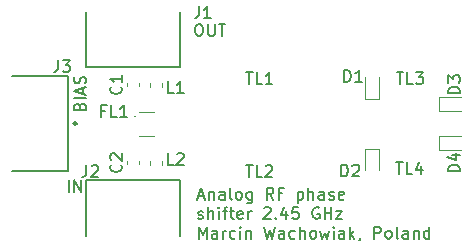
<source format=gto>
G04 #@! TF.GenerationSoftware,KiCad,Pcbnew,5.1.10-88a1d61d58~88~ubuntu18.04.1*
G04 #@! TF.CreationDate,2021-11-13T13:18:12+01:00*
G04 #@! TF.ProjectId,rf_phase_shifter_2_45GHz,72665f70-6861-4736-955f-736869667465,1.0.0*
G04 #@! TF.SameCoordinates,Original*
G04 #@! TF.FileFunction,Legend,Top*
G04 #@! TF.FilePolarity,Positive*
%FSLAX46Y46*%
G04 Gerber Fmt 4.6, Leading zero omitted, Abs format (unit mm)*
G04 Created by KiCad (PCBNEW 5.1.10-88a1d61d58~88~ubuntu18.04.1) date 2021-11-13 13:18:12*
%MOMM*%
%LPD*%
G01*
G04 APERTURE LIST*
%ADD10C,0.150000*%
%ADD11C,0.120000*%
%ADD12C,0.100000*%
%ADD13C,0.250000*%
%ADD14R,0.600000X0.700000*%
%ADD15R,0.330000X0.350000*%
%ADD16R,5.000000X1.200000*%
%ADD17R,5.000000X1.600000*%
%ADD18R,1.200000X5.000000*%
%ADD19R,1.600000X5.000000*%
%ADD20R,0.700000X0.600000*%
G04 APERTURE END LIST*
D10*
X89949976Y-65064666D02*
X90426166Y-65064666D01*
X89854738Y-65350380D02*
X90188071Y-64350380D01*
X90521404Y-65350380D01*
X90854738Y-64683714D02*
X90854738Y-65350380D01*
X90854738Y-64778952D02*
X90902357Y-64731333D01*
X90997595Y-64683714D01*
X91140452Y-64683714D01*
X91235690Y-64731333D01*
X91283309Y-64826571D01*
X91283309Y-65350380D01*
X92188071Y-65350380D02*
X92188071Y-64826571D01*
X92140452Y-64731333D01*
X92045214Y-64683714D01*
X91854738Y-64683714D01*
X91759500Y-64731333D01*
X92188071Y-65302761D02*
X92092833Y-65350380D01*
X91854738Y-65350380D01*
X91759500Y-65302761D01*
X91711880Y-65207523D01*
X91711880Y-65112285D01*
X91759500Y-65017047D01*
X91854738Y-64969428D01*
X92092833Y-64969428D01*
X92188071Y-64921809D01*
X92807119Y-65350380D02*
X92711880Y-65302761D01*
X92664261Y-65207523D01*
X92664261Y-64350380D01*
X93330928Y-65350380D02*
X93235690Y-65302761D01*
X93188071Y-65255142D01*
X93140452Y-65159904D01*
X93140452Y-64874190D01*
X93188071Y-64778952D01*
X93235690Y-64731333D01*
X93330928Y-64683714D01*
X93473785Y-64683714D01*
X93569023Y-64731333D01*
X93616642Y-64778952D01*
X93664261Y-64874190D01*
X93664261Y-65159904D01*
X93616642Y-65255142D01*
X93569023Y-65302761D01*
X93473785Y-65350380D01*
X93330928Y-65350380D01*
X94521404Y-64683714D02*
X94521404Y-65493238D01*
X94473785Y-65588476D01*
X94426166Y-65636095D01*
X94330928Y-65683714D01*
X94188071Y-65683714D01*
X94092833Y-65636095D01*
X94521404Y-65302761D02*
X94426166Y-65350380D01*
X94235690Y-65350380D01*
X94140452Y-65302761D01*
X94092833Y-65255142D01*
X94045214Y-65159904D01*
X94045214Y-64874190D01*
X94092833Y-64778952D01*
X94140452Y-64731333D01*
X94235690Y-64683714D01*
X94426166Y-64683714D01*
X94521404Y-64731333D01*
X96330928Y-65350380D02*
X95997595Y-64874190D01*
X95759500Y-65350380D02*
X95759500Y-64350380D01*
X96140452Y-64350380D01*
X96235690Y-64398000D01*
X96283309Y-64445619D01*
X96330928Y-64540857D01*
X96330928Y-64683714D01*
X96283309Y-64778952D01*
X96235690Y-64826571D01*
X96140452Y-64874190D01*
X95759500Y-64874190D01*
X97092833Y-64826571D02*
X96759500Y-64826571D01*
X96759500Y-65350380D02*
X96759500Y-64350380D01*
X97235690Y-64350380D01*
X98378547Y-64683714D02*
X98378547Y-65683714D01*
X98378547Y-64731333D02*
X98473785Y-64683714D01*
X98664261Y-64683714D01*
X98759500Y-64731333D01*
X98807119Y-64778952D01*
X98854738Y-64874190D01*
X98854738Y-65159904D01*
X98807119Y-65255142D01*
X98759500Y-65302761D01*
X98664261Y-65350380D01*
X98473785Y-65350380D01*
X98378547Y-65302761D01*
X99283309Y-65350380D02*
X99283309Y-64350380D01*
X99711880Y-65350380D02*
X99711880Y-64826571D01*
X99664261Y-64731333D01*
X99569023Y-64683714D01*
X99426166Y-64683714D01*
X99330928Y-64731333D01*
X99283309Y-64778952D01*
X100616642Y-65350380D02*
X100616642Y-64826571D01*
X100569023Y-64731333D01*
X100473785Y-64683714D01*
X100283309Y-64683714D01*
X100188071Y-64731333D01*
X100616642Y-65302761D02*
X100521404Y-65350380D01*
X100283309Y-65350380D01*
X100188071Y-65302761D01*
X100140452Y-65207523D01*
X100140452Y-65112285D01*
X100188071Y-65017047D01*
X100283309Y-64969428D01*
X100521404Y-64969428D01*
X100616642Y-64921809D01*
X101045214Y-65302761D02*
X101140452Y-65350380D01*
X101330928Y-65350380D01*
X101426166Y-65302761D01*
X101473785Y-65207523D01*
X101473785Y-65159904D01*
X101426166Y-65064666D01*
X101330928Y-65017047D01*
X101188071Y-65017047D01*
X101092833Y-64969428D01*
X101045214Y-64874190D01*
X101045214Y-64826571D01*
X101092833Y-64731333D01*
X101188071Y-64683714D01*
X101330928Y-64683714D01*
X101426166Y-64731333D01*
X102283309Y-65302761D02*
X102188071Y-65350380D01*
X101997595Y-65350380D01*
X101902357Y-65302761D01*
X101854738Y-65207523D01*
X101854738Y-64826571D01*
X101902357Y-64731333D01*
X101997595Y-64683714D01*
X102188071Y-64683714D01*
X102283309Y-64731333D01*
X102330928Y-64826571D01*
X102330928Y-64921809D01*
X101854738Y-65017047D01*
X89949976Y-66952761D02*
X90045214Y-67000380D01*
X90235690Y-67000380D01*
X90330928Y-66952761D01*
X90378547Y-66857523D01*
X90378547Y-66809904D01*
X90330928Y-66714666D01*
X90235690Y-66667047D01*
X90092833Y-66667047D01*
X89997595Y-66619428D01*
X89949976Y-66524190D01*
X89949976Y-66476571D01*
X89997595Y-66381333D01*
X90092833Y-66333714D01*
X90235690Y-66333714D01*
X90330928Y-66381333D01*
X90807119Y-67000380D02*
X90807119Y-66000380D01*
X91235690Y-67000380D02*
X91235690Y-66476571D01*
X91188071Y-66381333D01*
X91092833Y-66333714D01*
X90949976Y-66333714D01*
X90854738Y-66381333D01*
X90807119Y-66428952D01*
X91711880Y-67000380D02*
X91711880Y-66333714D01*
X91711880Y-66000380D02*
X91664261Y-66048000D01*
X91711880Y-66095619D01*
X91759500Y-66048000D01*
X91711880Y-66000380D01*
X91711880Y-66095619D01*
X92045214Y-66333714D02*
X92426166Y-66333714D01*
X92188071Y-67000380D02*
X92188071Y-66143238D01*
X92235690Y-66048000D01*
X92330928Y-66000380D01*
X92426166Y-66000380D01*
X92616642Y-66333714D02*
X92997595Y-66333714D01*
X92759500Y-66000380D02*
X92759500Y-66857523D01*
X92807119Y-66952761D01*
X92902357Y-67000380D01*
X92997595Y-67000380D01*
X93711880Y-66952761D02*
X93616642Y-67000380D01*
X93426166Y-67000380D01*
X93330928Y-66952761D01*
X93283309Y-66857523D01*
X93283309Y-66476571D01*
X93330928Y-66381333D01*
X93426166Y-66333714D01*
X93616642Y-66333714D01*
X93711880Y-66381333D01*
X93759500Y-66476571D01*
X93759500Y-66571809D01*
X93283309Y-66667047D01*
X94188071Y-67000380D02*
X94188071Y-66333714D01*
X94188071Y-66524190D02*
X94235690Y-66428952D01*
X94283309Y-66381333D01*
X94378547Y-66333714D01*
X94473785Y-66333714D01*
X95521404Y-66095619D02*
X95569023Y-66048000D01*
X95664261Y-66000380D01*
X95902357Y-66000380D01*
X95997595Y-66048000D01*
X96045214Y-66095619D01*
X96092833Y-66190857D01*
X96092833Y-66286095D01*
X96045214Y-66428952D01*
X95473785Y-67000380D01*
X96092833Y-67000380D01*
X96521404Y-66905142D02*
X96569023Y-66952761D01*
X96521404Y-67000380D01*
X96473785Y-66952761D01*
X96521404Y-66905142D01*
X96521404Y-67000380D01*
X97426166Y-66333714D02*
X97426166Y-67000380D01*
X97188071Y-65952761D02*
X96949976Y-66667047D01*
X97569023Y-66667047D01*
X98426166Y-66000380D02*
X97949976Y-66000380D01*
X97902357Y-66476571D01*
X97949976Y-66428952D01*
X98045214Y-66381333D01*
X98283309Y-66381333D01*
X98378547Y-66428952D01*
X98426166Y-66476571D01*
X98473785Y-66571809D01*
X98473785Y-66809904D01*
X98426166Y-66905142D01*
X98378547Y-66952761D01*
X98283309Y-67000380D01*
X98045214Y-67000380D01*
X97949976Y-66952761D01*
X97902357Y-66905142D01*
X100188071Y-66048000D02*
X100092833Y-66000380D01*
X99949976Y-66000380D01*
X99807119Y-66048000D01*
X99711880Y-66143238D01*
X99664261Y-66238476D01*
X99616642Y-66428952D01*
X99616642Y-66571809D01*
X99664261Y-66762285D01*
X99711880Y-66857523D01*
X99807119Y-66952761D01*
X99949976Y-67000380D01*
X100045214Y-67000380D01*
X100188071Y-66952761D01*
X100235690Y-66905142D01*
X100235690Y-66571809D01*
X100045214Y-66571809D01*
X100664261Y-67000380D02*
X100664261Y-66000380D01*
X100664261Y-66476571D02*
X101235690Y-66476571D01*
X101235690Y-67000380D02*
X101235690Y-66000380D01*
X101616642Y-66333714D02*
X102140452Y-66333714D01*
X101616642Y-67000380D01*
X102140452Y-67000380D01*
X89997595Y-68650380D02*
X89997595Y-67650380D01*
X90330928Y-68364666D01*
X90664261Y-67650380D01*
X90664261Y-68650380D01*
X91569023Y-68650380D02*
X91569023Y-68126571D01*
X91521404Y-68031333D01*
X91426166Y-67983714D01*
X91235690Y-67983714D01*
X91140452Y-68031333D01*
X91569023Y-68602761D02*
X91473785Y-68650380D01*
X91235690Y-68650380D01*
X91140452Y-68602761D01*
X91092833Y-68507523D01*
X91092833Y-68412285D01*
X91140452Y-68317047D01*
X91235690Y-68269428D01*
X91473785Y-68269428D01*
X91569023Y-68221809D01*
X92045214Y-68650380D02*
X92045214Y-67983714D01*
X92045214Y-68174190D02*
X92092833Y-68078952D01*
X92140452Y-68031333D01*
X92235690Y-67983714D01*
X92330928Y-67983714D01*
X93092833Y-68602761D02*
X92997595Y-68650380D01*
X92807119Y-68650380D01*
X92711880Y-68602761D01*
X92664261Y-68555142D01*
X92616642Y-68459904D01*
X92616642Y-68174190D01*
X92664261Y-68078952D01*
X92711880Y-68031333D01*
X92807119Y-67983714D01*
X92997595Y-67983714D01*
X93092833Y-68031333D01*
X93521404Y-68650380D02*
X93521404Y-67983714D01*
X93521404Y-67650380D02*
X93473785Y-67698000D01*
X93521404Y-67745619D01*
X93569023Y-67698000D01*
X93521404Y-67650380D01*
X93521404Y-67745619D01*
X93997595Y-67983714D02*
X93997595Y-68650380D01*
X93997595Y-68078952D02*
X94045214Y-68031333D01*
X94140452Y-67983714D01*
X94283309Y-67983714D01*
X94378547Y-68031333D01*
X94426166Y-68126571D01*
X94426166Y-68650380D01*
X95569023Y-67650380D02*
X95807119Y-68650380D01*
X95997595Y-67936095D01*
X96188071Y-68650380D01*
X96426166Y-67650380D01*
X97235690Y-68650380D02*
X97235690Y-68126571D01*
X97188071Y-68031333D01*
X97092833Y-67983714D01*
X96902357Y-67983714D01*
X96807119Y-68031333D01*
X97235690Y-68602761D02*
X97140452Y-68650380D01*
X96902357Y-68650380D01*
X96807119Y-68602761D01*
X96759500Y-68507523D01*
X96759500Y-68412285D01*
X96807119Y-68317047D01*
X96902357Y-68269428D01*
X97140452Y-68269428D01*
X97235690Y-68221809D01*
X98140452Y-68602761D02*
X98045214Y-68650380D01*
X97854738Y-68650380D01*
X97759500Y-68602761D01*
X97711880Y-68555142D01*
X97664261Y-68459904D01*
X97664261Y-68174190D01*
X97711880Y-68078952D01*
X97759500Y-68031333D01*
X97854738Y-67983714D01*
X98045214Y-67983714D01*
X98140452Y-68031333D01*
X98569023Y-68650380D02*
X98569023Y-67650380D01*
X98997595Y-68650380D02*
X98997595Y-68126571D01*
X98949976Y-68031333D01*
X98854738Y-67983714D01*
X98711880Y-67983714D01*
X98616642Y-68031333D01*
X98569023Y-68078952D01*
X99616642Y-68650380D02*
X99521404Y-68602761D01*
X99473785Y-68555142D01*
X99426166Y-68459904D01*
X99426166Y-68174190D01*
X99473785Y-68078952D01*
X99521404Y-68031333D01*
X99616642Y-67983714D01*
X99759500Y-67983714D01*
X99854738Y-68031333D01*
X99902357Y-68078952D01*
X99949976Y-68174190D01*
X99949976Y-68459904D01*
X99902357Y-68555142D01*
X99854738Y-68602761D01*
X99759500Y-68650380D01*
X99616642Y-68650380D01*
X100283309Y-67983714D02*
X100473785Y-68650380D01*
X100664261Y-68174190D01*
X100854738Y-68650380D01*
X101045214Y-67983714D01*
X101426166Y-68650380D02*
X101426166Y-67983714D01*
X101426166Y-67650380D02*
X101378547Y-67698000D01*
X101426166Y-67745619D01*
X101473785Y-67698000D01*
X101426166Y-67650380D01*
X101426166Y-67745619D01*
X102330928Y-68650380D02*
X102330928Y-68126571D01*
X102283309Y-68031333D01*
X102188071Y-67983714D01*
X101997595Y-67983714D01*
X101902357Y-68031333D01*
X102330928Y-68602761D02*
X102235690Y-68650380D01*
X101997595Y-68650380D01*
X101902357Y-68602761D01*
X101854738Y-68507523D01*
X101854738Y-68412285D01*
X101902357Y-68317047D01*
X101997595Y-68269428D01*
X102235690Y-68269428D01*
X102330928Y-68221809D01*
X102807119Y-68650380D02*
X102807119Y-67650380D01*
X102902357Y-68269428D02*
X103188071Y-68650380D01*
X103188071Y-67983714D02*
X102807119Y-68364666D01*
X103664261Y-68602761D02*
X103664261Y-68650380D01*
X103616642Y-68745619D01*
X103569023Y-68793238D01*
X104854738Y-68650380D02*
X104854738Y-67650380D01*
X105235690Y-67650380D01*
X105330928Y-67698000D01*
X105378547Y-67745619D01*
X105426166Y-67840857D01*
X105426166Y-67983714D01*
X105378547Y-68078952D01*
X105330928Y-68126571D01*
X105235690Y-68174190D01*
X104854738Y-68174190D01*
X105997595Y-68650380D02*
X105902357Y-68602761D01*
X105854738Y-68555142D01*
X105807119Y-68459904D01*
X105807119Y-68174190D01*
X105854738Y-68078952D01*
X105902357Y-68031333D01*
X105997595Y-67983714D01*
X106140452Y-67983714D01*
X106235690Y-68031333D01*
X106283309Y-68078952D01*
X106330928Y-68174190D01*
X106330928Y-68459904D01*
X106283309Y-68555142D01*
X106235690Y-68602761D01*
X106140452Y-68650380D01*
X105997595Y-68650380D01*
X106902357Y-68650380D02*
X106807119Y-68602761D01*
X106759500Y-68507523D01*
X106759500Y-67650380D01*
X107711880Y-68650380D02*
X107711880Y-68126571D01*
X107664261Y-68031333D01*
X107569023Y-67983714D01*
X107378547Y-67983714D01*
X107283309Y-68031333D01*
X107711880Y-68602761D02*
X107616642Y-68650380D01*
X107378547Y-68650380D01*
X107283309Y-68602761D01*
X107235690Y-68507523D01*
X107235690Y-68412285D01*
X107283309Y-68317047D01*
X107378547Y-68269428D01*
X107616642Y-68269428D01*
X107711880Y-68221809D01*
X108188071Y-67983714D02*
X108188071Y-68650380D01*
X108188071Y-68078952D02*
X108235690Y-68031333D01*
X108330928Y-67983714D01*
X108473785Y-67983714D01*
X108569023Y-68031333D01*
X108616642Y-68126571D01*
X108616642Y-68650380D01*
X109521404Y-68650380D02*
X109521404Y-67650380D01*
X109521404Y-68602761D02*
X109426166Y-68650380D01*
X109235690Y-68650380D01*
X109140452Y-68602761D01*
X109092833Y-68555142D01*
X109045214Y-68459904D01*
X109045214Y-68174190D01*
X109092833Y-68078952D01*
X109140452Y-68031333D01*
X109235690Y-67983714D01*
X109426166Y-67983714D01*
X109521404Y-68031333D01*
X79938571Y-57459428D02*
X79986190Y-57316571D01*
X80033809Y-57268952D01*
X80129047Y-57221333D01*
X80271904Y-57221333D01*
X80367142Y-57268952D01*
X80414761Y-57316571D01*
X80462380Y-57411809D01*
X80462380Y-57792761D01*
X79462380Y-57792761D01*
X79462380Y-57459428D01*
X79510000Y-57364190D01*
X79557619Y-57316571D01*
X79652857Y-57268952D01*
X79748095Y-57268952D01*
X79843333Y-57316571D01*
X79890952Y-57364190D01*
X79938571Y-57459428D01*
X79938571Y-57792761D01*
X80462380Y-56792761D02*
X79462380Y-56792761D01*
X80176666Y-56364190D02*
X80176666Y-55888000D01*
X80462380Y-56459428D02*
X79462380Y-56126095D01*
X80462380Y-55792761D01*
X80414761Y-55507047D02*
X80462380Y-55364190D01*
X80462380Y-55126095D01*
X80414761Y-55030857D01*
X80367142Y-54983238D01*
X80271904Y-54935619D01*
X80176666Y-54935619D01*
X80081428Y-54983238D01*
X80033809Y-55030857D01*
X79986190Y-55126095D01*
X79938571Y-55316571D01*
X79890952Y-55411809D01*
X79843333Y-55459428D01*
X79748095Y-55507047D01*
X79652857Y-55507047D01*
X79557619Y-55459428D01*
X79510000Y-55411809D01*
X79462380Y-55316571D01*
X79462380Y-55078476D01*
X79510000Y-54935619D01*
X89932000Y-50506380D02*
X90122476Y-50506380D01*
X90217714Y-50554000D01*
X90312952Y-50649238D01*
X90360571Y-50839714D01*
X90360571Y-51173047D01*
X90312952Y-51363523D01*
X90217714Y-51458761D01*
X90122476Y-51506380D01*
X89932000Y-51506380D01*
X89836761Y-51458761D01*
X89741523Y-51363523D01*
X89693904Y-51173047D01*
X89693904Y-50839714D01*
X89741523Y-50649238D01*
X89836761Y-50554000D01*
X89932000Y-50506380D01*
X90789142Y-50506380D02*
X90789142Y-51315904D01*
X90836761Y-51411142D01*
X90884380Y-51458761D01*
X90979619Y-51506380D01*
X91170095Y-51506380D01*
X91265333Y-51458761D01*
X91312952Y-51411142D01*
X91360571Y-51315904D01*
X91360571Y-50506380D01*
X91693904Y-50506380D02*
X92265333Y-50506380D01*
X91979619Y-51506380D02*
X91979619Y-50506380D01*
X78978190Y-64714380D02*
X78978190Y-63714380D01*
X79454380Y-64714380D02*
X79454380Y-63714380D01*
X80025809Y-64714380D01*
X80025809Y-63714380D01*
D11*
X112218700Y-61179000D02*
X110368700Y-61179000D01*
X112218700Y-59979000D02*
X110368700Y-59979000D01*
X110368700Y-59979000D02*
X110368700Y-61179000D01*
D12*
X84973000Y-57928000D02*
X86223000Y-57928000D01*
X84973000Y-59928000D02*
X86223000Y-59928000D01*
X84598000Y-58278000D02*
X84598000Y-58278000D01*
X84498000Y-58278000D02*
X84498000Y-58278000D01*
X84498000Y-58278000D02*
G75*
G02*
X84598000Y-58278000I50000J0D01*
G01*
X84598000Y-58278000D02*
G75*
G02*
X84498000Y-58278000I-50000J0D01*
G01*
D13*
X79667000Y-58928000D02*
G75*
G03*
X79667000Y-58928000I-125000J0D01*
G01*
D10*
X74207000Y-62928000D02*
X78907000Y-62928000D01*
X78907000Y-62928000D02*
X78907000Y-54928000D01*
X74207000Y-54928000D02*
X78907000Y-54928000D01*
D13*
X84580000Y-63079000D02*
G75*
G03*
X84580000Y-63079000I-125000J0D01*
G01*
D10*
X88455000Y-68414000D02*
X88455000Y-63714000D01*
X88455000Y-63714000D02*
X80455000Y-63714000D01*
X80455000Y-68414000D02*
X80455000Y-63714000D01*
D13*
X84580000Y-54777000D02*
G75*
G03*
X84580000Y-54777000I-125000J0D01*
G01*
D10*
X80455000Y-49442000D02*
X80455000Y-54142000D01*
X80455000Y-54142000D02*
X88455000Y-54142000D01*
X88455000Y-49442000D02*
X88455000Y-54142000D01*
D11*
X86895400Y-62392779D02*
X86895400Y-62067221D01*
X85875400Y-62392779D02*
X85875400Y-62067221D01*
X85875400Y-55463221D02*
X85875400Y-55788779D01*
X86895400Y-55463221D02*
X86895400Y-55788779D01*
X112218700Y-57877000D02*
X110368700Y-57877000D01*
X112218700Y-56677000D02*
X110368700Y-56677000D01*
X110368700Y-56677000D02*
X110368700Y-57877000D01*
X104073400Y-62879200D02*
X104073400Y-61029200D01*
X105273400Y-62879200D02*
X105273400Y-61029200D01*
X105273400Y-61029200D02*
X104073400Y-61029200D01*
X105273400Y-54976800D02*
X105273400Y-56826800D01*
X104073400Y-54976800D02*
X104073400Y-56826800D01*
X104073400Y-56826800D02*
X105273400Y-56826800D01*
X84965000Y-62370580D02*
X84965000Y-62089420D01*
X83945000Y-62370580D02*
X83945000Y-62089420D01*
X84965000Y-55766580D02*
X84965000Y-55485420D01*
X83945000Y-55766580D02*
X83945000Y-55485420D01*
D10*
X112110780Y-62968095D02*
X111110780Y-62968095D01*
X111110780Y-62730000D01*
X111158400Y-62587142D01*
X111253638Y-62491904D01*
X111348876Y-62444285D01*
X111539352Y-62396666D01*
X111682209Y-62396666D01*
X111872685Y-62444285D01*
X111967923Y-62491904D01*
X112063161Y-62587142D01*
X112110780Y-62730000D01*
X112110780Y-62968095D01*
X111444114Y-61539523D02*
X112110780Y-61539523D01*
X111063161Y-61777619D02*
X111777447Y-62015714D01*
X111777447Y-61396666D01*
X106707133Y-62190380D02*
X107278561Y-62190380D01*
X106992847Y-63190380D02*
X106992847Y-62190380D01*
X108088085Y-63190380D02*
X107611895Y-63190380D01*
X107611895Y-62190380D01*
X108849990Y-62523714D02*
X108849990Y-63190380D01*
X108611895Y-62142761D02*
X108373800Y-62857047D01*
X108992847Y-62857047D01*
X106763933Y-54570380D02*
X107335361Y-54570380D01*
X107049647Y-55570380D02*
X107049647Y-54570380D01*
X108144885Y-55570380D02*
X107668695Y-55570380D01*
X107668695Y-54570380D01*
X108382980Y-54570380D02*
X109002028Y-54570380D01*
X108668695Y-54951333D01*
X108811552Y-54951333D01*
X108906790Y-54998952D01*
X108954409Y-55046571D01*
X109002028Y-55141809D01*
X109002028Y-55379904D01*
X108954409Y-55475142D01*
X108906790Y-55522761D01*
X108811552Y-55570380D01*
X108525838Y-55570380D01*
X108430600Y-55522761D01*
X108382980Y-55475142D01*
X94003633Y-62444380D02*
X94575061Y-62444380D01*
X94289347Y-63444380D02*
X94289347Y-62444380D01*
X95384585Y-63444380D02*
X94908395Y-63444380D01*
X94908395Y-62444380D01*
X95670300Y-62539619D02*
X95717919Y-62492000D01*
X95813157Y-62444380D01*
X96051252Y-62444380D01*
X96146490Y-62492000D01*
X96194109Y-62539619D01*
X96241728Y-62634857D01*
X96241728Y-62730095D01*
X96194109Y-62872952D01*
X95622680Y-63444380D01*
X96241728Y-63444380D01*
X94003633Y-54570380D02*
X94575061Y-54570380D01*
X94289347Y-55570380D02*
X94289347Y-54570380D01*
X95384585Y-55570380D02*
X94908395Y-55570380D01*
X94908395Y-54570380D01*
X96241728Y-55570380D02*
X95670300Y-55570380D01*
X95956014Y-55570380D02*
X95956014Y-54570380D01*
X95860776Y-54713238D01*
X95765538Y-54808476D01*
X95670300Y-54856095D01*
X82065904Y-57840571D02*
X81732571Y-57840571D01*
X81732571Y-58364380D02*
X81732571Y-57364380D01*
X82208761Y-57364380D01*
X83065904Y-58364380D02*
X82589714Y-58364380D01*
X82589714Y-57364380D01*
X83923047Y-58364380D02*
X83351619Y-58364380D01*
X83637333Y-58364380D02*
X83637333Y-57364380D01*
X83542095Y-57507238D01*
X83446857Y-57602476D01*
X83351619Y-57650095D01*
X78091309Y-53554380D02*
X78091309Y-54268666D01*
X78043690Y-54411523D01*
X77948452Y-54506761D01*
X77805595Y-54554380D01*
X77710357Y-54554380D01*
X78472261Y-53554380D02*
X79091309Y-53554380D01*
X78757976Y-53935333D01*
X78900833Y-53935333D01*
X78996071Y-53982952D01*
X79043690Y-54030571D01*
X79091309Y-54125809D01*
X79091309Y-54363904D01*
X79043690Y-54459142D01*
X78996071Y-54506761D01*
X78900833Y-54554380D01*
X78615119Y-54554380D01*
X78519880Y-54506761D01*
X78472261Y-54459142D01*
X80500023Y-62444380D02*
X80500023Y-63158666D01*
X80452404Y-63301523D01*
X80357166Y-63396761D01*
X80214309Y-63444380D01*
X80119071Y-63444380D01*
X80928595Y-62539619D02*
X80976214Y-62492000D01*
X81071452Y-62444380D01*
X81309547Y-62444380D01*
X81404785Y-62492000D01*
X81452404Y-62539619D01*
X81500023Y-62634857D01*
X81500023Y-62730095D01*
X81452404Y-62872952D01*
X80880976Y-63444380D01*
X81500023Y-63444380D01*
X90029309Y-48982380D02*
X90029309Y-49696666D01*
X89981690Y-49839523D01*
X89886452Y-49934761D01*
X89743595Y-49982380D01*
X89648357Y-49982380D01*
X91029309Y-49982380D02*
X90457880Y-49982380D01*
X90743595Y-49982380D02*
X90743595Y-48982380D01*
X90648357Y-49125238D01*
X90553119Y-49220476D01*
X90457880Y-49268095D01*
X87869733Y-62428380D02*
X87393542Y-62428380D01*
X87393542Y-61428380D01*
X88155447Y-61523619D02*
X88203066Y-61476000D01*
X88298304Y-61428380D01*
X88536400Y-61428380D01*
X88631638Y-61476000D01*
X88679257Y-61523619D01*
X88726876Y-61618857D01*
X88726876Y-61714095D01*
X88679257Y-61856952D01*
X88107828Y-62428380D01*
X88726876Y-62428380D01*
X87869733Y-56332380D02*
X87393542Y-56332380D01*
X87393542Y-55332380D01*
X88726876Y-56332380D02*
X88155447Y-56332380D01*
X88441161Y-56332380D02*
X88441161Y-55332380D01*
X88345923Y-55475238D01*
X88250685Y-55570476D01*
X88155447Y-55618095D01*
X112110780Y-56364095D02*
X111110780Y-56364095D01*
X111110780Y-56126000D01*
X111158400Y-55983142D01*
X111253638Y-55887904D01*
X111348876Y-55840285D01*
X111539352Y-55792666D01*
X111682209Y-55792666D01*
X111872685Y-55840285D01*
X111967923Y-55887904D01*
X112063161Y-55983142D01*
X112110780Y-56126000D01*
X112110780Y-56364095D01*
X111110780Y-55459333D02*
X111110780Y-54840285D01*
X111491733Y-55173619D01*
X111491733Y-55030761D01*
X111539352Y-54935523D01*
X111586971Y-54887904D01*
X111682209Y-54840285D01*
X111920304Y-54840285D01*
X112015542Y-54887904D01*
X112063161Y-54935523D01*
X112110780Y-55030761D01*
X112110780Y-55316476D01*
X112063161Y-55411714D01*
X112015542Y-55459333D01*
X102055704Y-63393580D02*
X102055704Y-62393580D01*
X102293800Y-62393580D01*
X102436657Y-62441200D01*
X102531895Y-62536438D01*
X102579514Y-62631676D01*
X102627133Y-62822152D01*
X102627133Y-62965009D01*
X102579514Y-63155485D01*
X102531895Y-63250723D01*
X102436657Y-63345961D01*
X102293800Y-63393580D01*
X102055704Y-63393580D01*
X103008085Y-62488819D02*
X103055704Y-62441200D01*
X103150942Y-62393580D01*
X103389038Y-62393580D01*
X103484276Y-62441200D01*
X103531895Y-62488819D01*
X103579514Y-62584057D01*
X103579514Y-62679295D01*
X103531895Y-62822152D01*
X102960466Y-63393580D01*
X103579514Y-63393580D01*
X102309704Y-55379880D02*
X102309704Y-54379880D01*
X102547800Y-54379880D01*
X102690657Y-54427500D01*
X102785895Y-54522738D01*
X102833514Y-54617976D01*
X102881133Y-54808452D01*
X102881133Y-54951309D01*
X102833514Y-55141785D01*
X102785895Y-55237023D01*
X102690657Y-55332261D01*
X102547800Y-55379880D01*
X102309704Y-55379880D01*
X103833514Y-55379880D02*
X103262085Y-55379880D01*
X103547800Y-55379880D02*
X103547800Y-54379880D01*
X103452561Y-54522738D01*
X103357323Y-54617976D01*
X103262085Y-54665595D01*
X83415142Y-62396666D02*
X83462761Y-62444285D01*
X83510380Y-62587142D01*
X83510380Y-62682380D01*
X83462761Y-62825238D01*
X83367523Y-62920476D01*
X83272285Y-62968095D01*
X83081809Y-63015714D01*
X82938952Y-63015714D01*
X82748476Y-62968095D01*
X82653238Y-62920476D01*
X82558000Y-62825238D01*
X82510380Y-62682380D01*
X82510380Y-62587142D01*
X82558000Y-62444285D01*
X82605619Y-62396666D01*
X82605619Y-62015714D02*
X82558000Y-61968095D01*
X82510380Y-61872857D01*
X82510380Y-61634761D01*
X82558000Y-61539523D01*
X82605619Y-61491904D01*
X82700857Y-61444285D01*
X82796095Y-61444285D01*
X82938952Y-61491904D01*
X83510380Y-62063333D01*
X83510380Y-61444285D01*
X83415142Y-55792666D02*
X83462761Y-55840285D01*
X83510380Y-55983142D01*
X83510380Y-56078380D01*
X83462761Y-56221238D01*
X83367523Y-56316476D01*
X83272285Y-56364095D01*
X83081809Y-56411714D01*
X82938952Y-56411714D01*
X82748476Y-56364095D01*
X82653238Y-56316476D01*
X82558000Y-56221238D01*
X82510380Y-56078380D01*
X82510380Y-55983142D01*
X82558000Y-55840285D01*
X82605619Y-55792666D01*
X83510380Y-54840285D02*
X83510380Y-55411714D01*
X83510380Y-55126000D02*
X82510380Y-55126000D01*
X82653238Y-55221238D01*
X82748476Y-55316476D01*
X82796095Y-55411714D01*
%LPC*%
D14*
X110818700Y-60579000D03*
X112218700Y-60579000D03*
D15*
X85103000Y-58278000D03*
X85103000Y-58928000D03*
X85103000Y-59578000D03*
X86093000Y-59578000D03*
X86093000Y-58928000D03*
X86093000Y-58278000D03*
D16*
X75967000Y-58928000D03*
D17*
X75967000Y-61698000D03*
X75967000Y-56158000D03*
D18*
X84455000Y-66654000D03*
D19*
X87225000Y-66654000D03*
X81685000Y-66654000D03*
D18*
X84455000Y-51202000D03*
D19*
X81685000Y-51202000D03*
X87225000Y-51202000D03*
G36*
G01*
X86641650Y-61880000D02*
X86129150Y-61880000D01*
G75*
G02*
X85910400Y-61661250I0J218750D01*
G01*
X85910400Y-61223750D01*
G75*
G02*
X86129150Y-61005000I218750J0D01*
G01*
X86641650Y-61005000D01*
G75*
G02*
X86860400Y-61223750I0J-218750D01*
G01*
X86860400Y-61661250D01*
G75*
G02*
X86641650Y-61880000I-218750J0D01*
G01*
G37*
G36*
G01*
X86641650Y-63455000D02*
X86129150Y-63455000D01*
G75*
G02*
X85910400Y-63236250I0J218750D01*
G01*
X85910400Y-62798750D01*
G75*
G02*
X86129150Y-62580000I218750J0D01*
G01*
X86641650Y-62580000D01*
G75*
G02*
X86860400Y-62798750I0J-218750D01*
G01*
X86860400Y-63236250D01*
G75*
G02*
X86641650Y-63455000I-218750J0D01*
G01*
G37*
G36*
G01*
X86129150Y-55976000D02*
X86641650Y-55976000D01*
G75*
G02*
X86860400Y-56194750I0J-218750D01*
G01*
X86860400Y-56632250D01*
G75*
G02*
X86641650Y-56851000I-218750J0D01*
G01*
X86129150Y-56851000D01*
G75*
G02*
X85910400Y-56632250I0J218750D01*
G01*
X85910400Y-56194750D01*
G75*
G02*
X86129150Y-55976000I218750J0D01*
G01*
G37*
G36*
G01*
X86129150Y-54401000D02*
X86641650Y-54401000D01*
G75*
G02*
X86860400Y-54619750I0J-218750D01*
G01*
X86860400Y-55057250D01*
G75*
G02*
X86641650Y-55276000I-218750J0D01*
G01*
X86129150Y-55276000D01*
G75*
G02*
X85910400Y-55057250I0J218750D01*
G01*
X85910400Y-54619750D01*
G75*
G02*
X86129150Y-54401000I218750J0D01*
G01*
G37*
D14*
X110818700Y-57277000D03*
X112218700Y-57277000D03*
D20*
X104673400Y-61479200D03*
X104673400Y-62879200D03*
X104673400Y-56376800D03*
X104673400Y-54976800D03*
G36*
G01*
X84705000Y-61905000D02*
X84205000Y-61905000D01*
G75*
G02*
X83980000Y-61680000I0J225000D01*
G01*
X83980000Y-61230000D01*
G75*
G02*
X84205000Y-61005000I225000J0D01*
G01*
X84705000Y-61005000D01*
G75*
G02*
X84930000Y-61230000I0J-225000D01*
G01*
X84930000Y-61680000D01*
G75*
G02*
X84705000Y-61905000I-225000J0D01*
G01*
G37*
G36*
G01*
X84705000Y-63455000D02*
X84205000Y-63455000D01*
G75*
G02*
X83980000Y-63230000I0J225000D01*
G01*
X83980000Y-62780000D01*
G75*
G02*
X84205000Y-62555000I225000J0D01*
G01*
X84705000Y-62555000D01*
G75*
G02*
X84930000Y-62780000I0J-225000D01*
G01*
X84930000Y-63230000D01*
G75*
G02*
X84705000Y-63455000I-225000J0D01*
G01*
G37*
G36*
G01*
X84705000Y-55301000D02*
X84205000Y-55301000D01*
G75*
G02*
X83980000Y-55076000I0J225000D01*
G01*
X83980000Y-54626000D01*
G75*
G02*
X84205000Y-54401000I225000J0D01*
G01*
X84705000Y-54401000D01*
G75*
G02*
X84930000Y-54626000I0J-225000D01*
G01*
X84930000Y-55076000D01*
G75*
G02*
X84705000Y-55301000I-225000J0D01*
G01*
G37*
G36*
G01*
X84705000Y-56851000D02*
X84205000Y-56851000D01*
G75*
G02*
X83980000Y-56626000I0J225000D01*
G01*
X83980000Y-56176000D01*
G75*
G02*
X84205000Y-55951000I225000J0D01*
G01*
X84705000Y-55951000D01*
G75*
G02*
X84930000Y-56176000I0J-225000D01*
G01*
X84930000Y-56626000D01*
G75*
G02*
X84705000Y-56851000I-225000J0D01*
G01*
G37*
M02*

</source>
